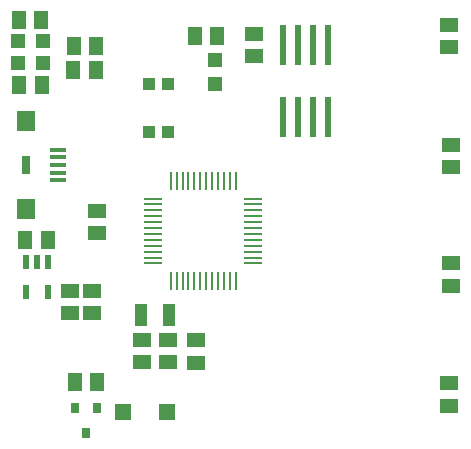
<source format=gtp>
G75*
%MOIN*%
%OFA0B0*%
%FSLAX25Y25*%
%IPPOS*%
%LPD*%
%AMOC8*
5,1,8,0,0,1.08239X$1,22.5*
%
%ADD10R,0.04882X0.05906*%
%ADD11R,0.05906X0.04882*%
%ADD12R,0.04724X0.04724*%
%ADD13R,0.03937X0.03937*%
%ADD14R,0.02165X0.04724*%
%ADD15R,0.04331X0.07480*%
%ADD16R,0.05906X0.05118*%
%ADD17R,0.01102X0.05906*%
%ADD18R,0.05906X0.01102*%
%ADD19R,0.05709X0.01575*%
%ADD20R,0.05906X0.07087*%
%ADD21R,0.02756X0.05906*%
%ADD22R,0.02400X0.13200*%
%ADD23R,0.03150X0.03543*%
%ADD24R,0.05512X0.05512*%
%ADD25R,0.05118X0.05906*%
D10*
X0021042Y0074464D03*
X0028523Y0074464D03*
X0026587Y0125900D03*
X0019106Y0125900D03*
X0037106Y0130900D03*
X0044587Y0130900D03*
X0044634Y0139121D03*
X0037154Y0139121D03*
X0026395Y0147860D03*
X0018914Y0147860D03*
X0077606Y0142400D03*
X0085087Y0142400D03*
D11*
X0097346Y0143140D03*
X0097346Y0135660D03*
X0044982Y0084148D03*
X0044982Y0076668D03*
X0043408Y0057419D03*
X0035946Y0057388D03*
X0035946Y0049908D03*
X0043408Y0049939D03*
X0059972Y0041078D03*
X0059972Y0033598D03*
X0068590Y0033652D03*
X0068590Y0041132D03*
X0077815Y0040932D03*
X0077815Y0033452D03*
D12*
X0084346Y0126266D03*
X0084346Y0134534D03*
X0026980Y0133400D03*
X0026980Y0140791D03*
X0018713Y0140791D03*
X0018713Y0133400D03*
D13*
X0062221Y0126274D03*
X0068520Y0126274D03*
X0068520Y0110526D03*
X0062221Y0110526D03*
D14*
X0028735Y0067159D03*
X0024994Y0067159D03*
X0021254Y0067159D03*
X0021254Y0056922D03*
X0028735Y0056922D03*
D15*
X0059558Y0049488D03*
X0069007Y0049488D03*
D16*
X0162346Y0026640D03*
X0162346Y0019160D03*
X0162846Y0059160D03*
X0162846Y0066640D03*
X0162846Y0098660D03*
X0162846Y0106140D03*
X0162346Y0138660D03*
X0162346Y0146140D03*
D17*
X0091173Y0094132D03*
X0089205Y0094132D03*
X0087236Y0094132D03*
X0085268Y0094132D03*
X0083299Y0094132D03*
X0081331Y0094132D03*
X0079362Y0094132D03*
X0077394Y0094132D03*
X0075425Y0094132D03*
X0073457Y0094132D03*
X0071488Y0094132D03*
X0069520Y0094132D03*
X0069520Y0060668D03*
X0071488Y0060668D03*
X0073457Y0060668D03*
X0075425Y0060668D03*
X0077394Y0060668D03*
X0079362Y0060668D03*
X0081331Y0060668D03*
X0083299Y0060668D03*
X0085268Y0060668D03*
X0087236Y0060668D03*
X0089205Y0060668D03*
X0091173Y0060668D03*
D18*
X0097079Y0066573D03*
X0097079Y0068542D03*
X0097079Y0070510D03*
X0097079Y0072479D03*
X0097079Y0074447D03*
X0097079Y0076416D03*
X0097079Y0078384D03*
X0097079Y0080353D03*
X0097079Y0082321D03*
X0097079Y0084290D03*
X0097079Y0086258D03*
X0097079Y0088227D03*
X0063614Y0088227D03*
X0063614Y0086258D03*
X0063614Y0084290D03*
X0063614Y0082321D03*
X0063614Y0080353D03*
X0063614Y0078384D03*
X0063614Y0076416D03*
X0063614Y0074447D03*
X0063614Y0072479D03*
X0063614Y0070510D03*
X0063614Y0068542D03*
X0063614Y0066573D03*
D19*
X0032075Y0094282D03*
X0032075Y0096841D03*
X0032075Y0099400D03*
X0032075Y0101959D03*
X0032075Y0104518D03*
D20*
X0021346Y0113904D03*
X0021346Y0084896D03*
D21*
X0021346Y0099400D03*
D22*
X0106846Y0115300D03*
X0111846Y0115300D03*
X0116846Y0115300D03*
X0121846Y0115300D03*
X0121846Y0139500D03*
X0116846Y0139500D03*
X0111846Y0139500D03*
X0106846Y0139500D03*
D23*
X0037606Y0018337D03*
X0045087Y0018337D03*
X0041346Y0010069D03*
D24*
X0053563Y0016900D03*
X0068130Y0016900D03*
D25*
X0045087Y0026900D03*
X0037606Y0026900D03*
M02*

</source>
